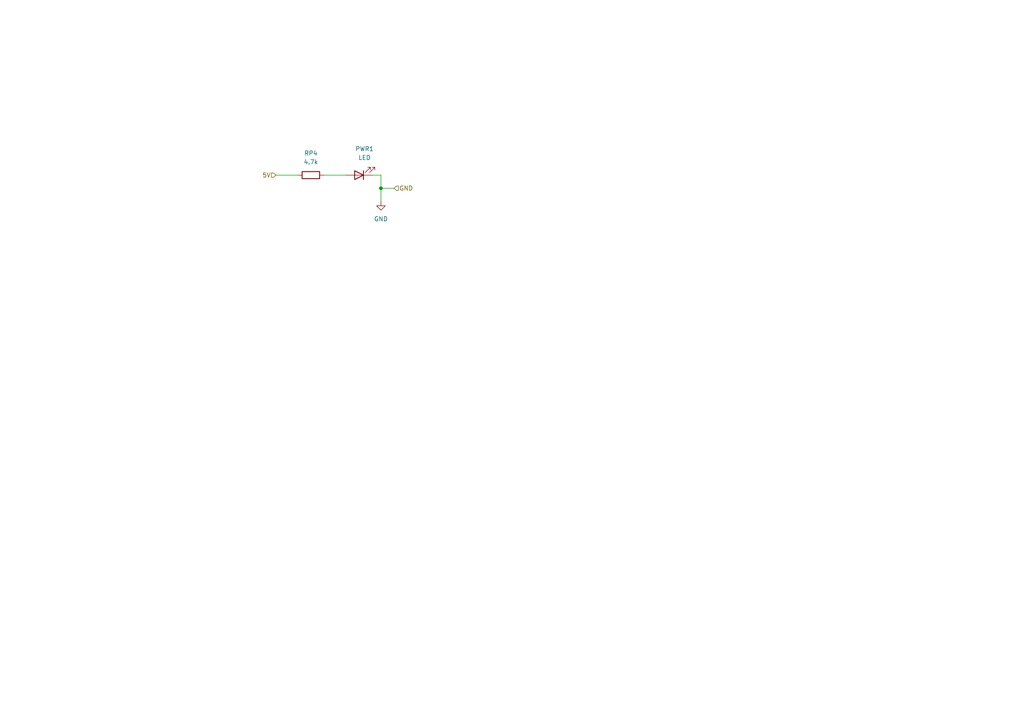
<source format=kicad_sch>
(kicad_sch (version 20250114) (generator "eeschema") (generator_version "9.0")
  (paper "A4")
  (lib_symbols
    (symbol "Device:LED" (pin_numbers (hide yes)) (pin_names (offset 1.016) (hide yes))
      (property "Reference" "D" (at 0 2.54 0))
      (property "Value" "LED" (at 0 -2.54 0))
      (symbol "LED_0_1"
        (polyline (pts (xy -3.048 -0.762) (xy -4.572 -2.286) (xy -3.81 -2.286) (xy -4.572 -2.286) (xy -4.572 -1.524)))
        (polyline (pts (xy -1.778 -0.762) (xy -3.302 -2.286) (xy -2.54 -2.286) (xy -3.302 -2.286) (xy -3.302 -1.524)))
        (polyline (pts (xy -1.27 0) (xy 1.27 0)))
        (polyline (pts (xy -1.27 -1.27) (xy -1.27 1.27)) (stroke (width 0.254)))
        (polyline (pts (xy 1.27 -1.27) (xy 1.27 1.27) (xy -1.27 0) (xy 1.27 -1.27)) (stroke (width 0.254)))
      )
      (symbol "LED_1_1"
        (pin passive line (at -3.81 0 0) (length 2.54) (name "K") (number "1"))
        (pin passive line (at 3.81 0 180) (length 2.54) (name "A") (number "2"))
      )
    )
    (symbol "Device:R" (pin_numbers (hide yes)) (pin_names (offset 0))
      (property "Reference" "R" (at 2.032 0 90))
      (property "Value" "R" (at 0 0 90))
      (symbol "R_0_1"
        (rectangle (start -1.016 -2.54) (end 1.016 2.54) (stroke (width 0.254)))
      )
      (symbol "R_1_1"
        (pin passive line (at 0 3.81 270) (length 1.27) (name "~") (number "1"))
        (pin passive line (at 0 -3.81 90) (length 1.27) (name "~") (number "2"))
      )
    )
    (symbol "power:GND" (power) (pin_numbers (hide yes)) (pin_names (offset 0) (hide yes))
      (property "Value" "GND" (at 0 -3.81 0))
      (symbol "GND_0_1"
        (polyline (pts (xy 0 0) (xy 0 -1.27) (xy 1.27 -1.27) (xy 0 -2.54) (xy -1.27 -1.27) (xy 0 -1.27)))
      )
      (symbol "GND_1_1"
        (pin power_in line (at 0 0 270) (length 0) (name "~") (number "1"))
      )
    )
  )
  (junction (at 110.49 54.61))
  (wire (pts (xy 80.01 50.8) (xy 86.36 50.8)))
  (wire (pts (xy 110.49 54.61) (xy 110.49 58.42)))
  (wire (pts (xy 110.49 50.8) (xy 110.49 54.61)))
  (wire (pts (xy 93.98 50.8) (xy 100.33 50.8)))
  (wire (pts (xy 114.3 54.61) (xy 110.49 54.61)))
  (wire (pts (xy 107.95 50.8) (xy 110.49 50.8)))
  (hierarchical_label "GND" (shape input) (at 114.3 54.61 0))
  (hierarchical_label "5V" (shape input) (at 80.01 50.8 180))
  (symbol (lib_id "Device:R") (at 90.17 50.8 270) (unit 1)
    (property "Reference" "RP4" (at 90.17 44.45 90))
    (property "Value" "4.7k" (at 90.17 46.99 90))
    (property "Footprint" "Resistor_SMD:R_1206_3216Metric_Pad1.30x1.75mm_HandSolder" (effects (hide yes)))
    (property "Description" "Resistor" (effects (hide yes)))
  )
  (symbol (lib_id "power:GND") (at 110.49 58.42 0) (unit 1)
    (property "Reference" "#PWR018" (effects (hide yes)))
    (property "Value" "GND" (at 110.49 63.5 0))
    (property "Description" "Power symbol creates a global label with name \"GND\" , ground" (effects (hide yes)))
  )
  (symbol (lib_id "Device:LED") (at 104.14 50.8 180) (unit 1)
    (property "Reference" "PWR1" (at 105.7275 43.18 0))
    (property "Value" "LED" (at 105.7275 45.72 0))
    (property "Footprint" "LED_SMD:LED_1206_3216Metric_Pad1.42x1.75mm_HandSolder" (effects (hide yes)))
    (property "Description" "Light emitting diode" (effects (hide yes)))
    (property "Sim.Pins" "1=K 2=A" (effects (hide yes)))
  )
)
</source>
